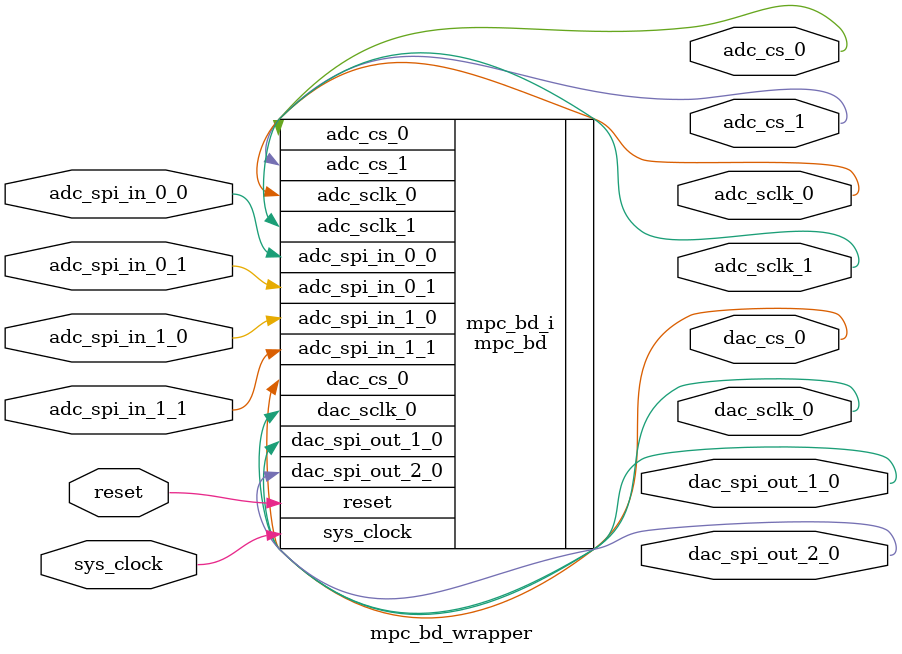
<source format=v>
`timescale 1 ps / 1 ps

module mpc_bd_wrapper
   (adc_cs_0,
    adc_cs_1,
    adc_sclk_0,
    adc_sclk_1,
    adc_spi_in_0_0,
    adc_spi_in_0_1,
    adc_spi_in_1_0,
    adc_spi_in_1_1,
    dac_cs_0,
    dac_sclk_0,
    dac_spi_out_1_0,
    dac_spi_out_2_0,
    reset,
    sys_clock);
  output adc_cs_0;
  output adc_cs_1;
  output adc_sclk_0;
  output adc_sclk_1;
  input adc_spi_in_0_0;
  input adc_spi_in_0_1;
  input adc_spi_in_1_0;
  input adc_spi_in_1_1;
  output dac_cs_0;
  output dac_sclk_0;
  output dac_spi_out_1_0;
  output dac_spi_out_2_0;
  input reset;
  input sys_clock;

  wire adc_cs_0;
  wire adc_cs_1;
  wire adc_sclk_0;
  wire adc_sclk_1;
  wire adc_spi_in_0_0;
  wire adc_spi_in_0_1;
  wire adc_spi_in_1_0;
  wire adc_spi_in_1_1;
  wire dac_cs_0;
  wire dac_sclk_0;
  wire dac_spi_out_1_0;
  wire dac_spi_out_2_0;
  wire reset;
  wire sys_clock;

  mpc_bd mpc_bd_i
       (.adc_cs_0(adc_cs_0),
        .adc_cs_1(adc_cs_1),
        .adc_sclk_0(adc_sclk_0),
        .adc_sclk_1(adc_sclk_1),
        .adc_spi_in_0_0(adc_spi_in_0_0),
        .adc_spi_in_0_1(adc_spi_in_0_1),
        .adc_spi_in_1_0(adc_spi_in_1_0),
        .adc_spi_in_1_1(adc_spi_in_1_1),
        .dac_cs_0(dac_cs_0),
        .dac_sclk_0(dac_sclk_0),
        .dac_spi_out_1_0(dac_spi_out_1_0),
        .dac_spi_out_2_0(dac_spi_out_2_0),
        .reset(reset),
        .sys_clock(sys_clock));
endmodule

</source>
